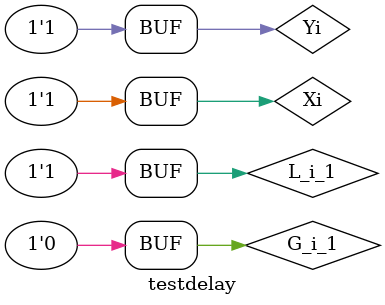
<source format=v>
module two_bit_comp(Xi, Yi, G_i_1, L_i_1, Gi, Li);
  input  Xi, Yi, G_i_1, L_i_1;
  output Gi, Li;

  not #10 inv0 (notXi,    Xi);
  not #10 inv1 (notYi,    Yi);
  not #10 inv2 (notG_i_1, G_i_1);
  not #10 inv3 (notL_i_1, L_i_1);

  and #20 and2_0 (Gi_0, Xi, notYi);
  and #20 and2_1 (Li_0, notXi, Yi);
  
  and #30 and3_0 (Gi_1,    Xi, G_i_1, notL_i_1);
  and #30 and3_1 (Gi_2, notYi, G_i_1, notL_i_1);
  and #30 and3_2 (Li_1, notXi, L_i_1, notG_i_1);
  and #30 and3_3 (Li_2,    Yi, L_i_1, notG_i_1);

  or  #30 or3_0 (Gi, Gi_0, Gi_1, Gi_2);
  or  #30 or3_1 (Li, Li_0, Li_1, Li_2);
endmodule

module testdelay();
  reg  Xi, Yi, G_i_1, L_i_1;
  wire Gi, Li;

two_bit_comp i0 (Xi, Yi, G_i_1, L_i_1, Gi, Li);
initial 
  begin 
         Xi=1; Yi=1; G_i_1=1; L_i_1=1; 
    #100 G_i_1=0; 
  end
endmodule

</source>
